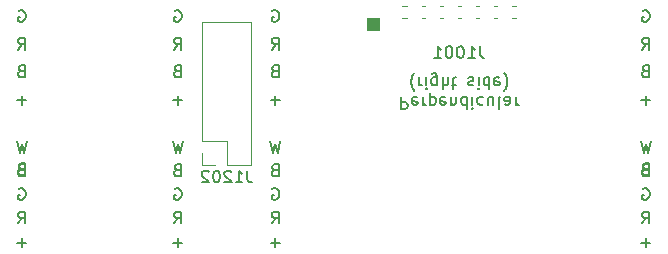
<source format=gbo>
G04 #@! TF.GenerationSoftware,KiCad,Pcbnew,5.1.12-84ad8e8a86~92~ubuntu16.04.1*
G04 #@! TF.CreationDate,2022-11-17T23:37:42+01:00*
G04 #@! TF.ProjectId,Subboards,53756262-6f61-4726-9473-2e6b69636164,rev?*
G04 #@! TF.SameCoordinates,Original*
G04 #@! TF.FileFunction,Legend,Bot*
G04 #@! TF.FilePolarity,Positive*
%FSLAX46Y46*%
G04 Gerber Fmt 4.6, Leading zero omitted, Abs format (unit mm)*
G04 Created by KiCad (PCBNEW 5.1.12-84ad8e8a86~92~ubuntu16.04.1) date 2022-11-17 23:37:42*
%MOMM*%
%LPD*%
G01*
G04 APERTURE LIST*
%ADD10C,0.150000*%
%ADD11C,0.120000*%
%ADD12C,0.100000*%
%ADD13O,4.050000X1.500000*%
%ADD14R,4.050000X1.500000*%
%ADD15O,4.050000X1.400000*%
%ADD16R,4.050000X1.400000*%
%ADD17R,1.350000X1.350000*%
%ADD18O,1.350000X1.350000*%
%ADD19R,1.070000X4.413000*%
%ADD20C,3.200000*%
%ADD21C,0.800000*%
G04 APERTURE END LIST*
D10*
X127405285Y-64393866D02*
X127357666Y-64441485D01*
X127262428Y-64584342D01*
X127214809Y-64679580D01*
X127167190Y-64822438D01*
X127119571Y-65060533D01*
X127119571Y-65251009D01*
X127167190Y-65489104D01*
X127214809Y-65631961D01*
X127262428Y-65727200D01*
X127357666Y-65870057D01*
X127405285Y-65917676D01*
X127786238Y-64774819D02*
X127786238Y-65441485D01*
X127786238Y-65251009D02*
X127833857Y-65346247D01*
X127881476Y-65393866D01*
X127976714Y-65441485D01*
X128071952Y-65441485D01*
X128405285Y-64774819D02*
X128405285Y-65441485D01*
X128405285Y-65774819D02*
X128357666Y-65727200D01*
X128405285Y-65679580D01*
X128452904Y-65727200D01*
X128405285Y-65774819D01*
X128405285Y-65679580D01*
X129310047Y-65441485D02*
X129310047Y-64631961D01*
X129262428Y-64536723D01*
X129214809Y-64489104D01*
X129119571Y-64441485D01*
X128976714Y-64441485D01*
X128881476Y-64489104D01*
X129310047Y-64822438D02*
X129214809Y-64774819D01*
X129024333Y-64774819D01*
X128929095Y-64822438D01*
X128881476Y-64870057D01*
X128833857Y-64965295D01*
X128833857Y-65251009D01*
X128881476Y-65346247D01*
X128929095Y-65393866D01*
X129024333Y-65441485D01*
X129214809Y-65441485D01*
X129310047Y-65393866D01*
X129786238Y-64774819D02*
X129786238Y-65774819D01*
X130214809Y-64774819D02*
X130214809Y-65298628D01*
X130167190Y-65393866D01*
X130071952Y-65441485D01*
X129929095Y-65441485D01*
X129833857Y-65393866D01*
X129786238Y-65346247D01*
X130548142Y-65441485D02*
X130929095Y-65441485D01*
X130691000Y-65774819D02*
X130691000Y-64917676D01*
X130738619Y-64822438D01*
X130833857Y-64774819D01*
X130929095Y-64774819D01*
X131976714Y-64822438D02*
X132071952Y-64774819D01*
X132262428Y-64774819D01*
X132357666Y-64822438D01*
X132405285Y-64917676D01*
X132405285Y-64965295D01*
X132357666Y-65060533D01*
X132262428Y-65108152D01*
X132119571Y-65108152D01*
X132024333Y-65155771D01*
X131976714Y-65251009D01*
X131976714Y-65298628D01*
X132024333Y-65393866D01*
X132119571Y-65441485D01*
X132262428Y-65441485D01*
X132357666Y-65393866D01*
X132833857Y-64774819D02*
X132833857Y-65441485D01*
X132833857Y-65774819D02*
X132786238Y-65727200D01*
X132833857Y-65679580D01*
X132881476Y-65727200D01*
X132833857Y-65774819D01*
X132833857Y-65679580D01*
X133738619Y-64774819D02*
X133738619Y-65774819D01*
X133738619Y-64822438D02*
X133643380Y-64774819D01*
X133452904Y-64774819D01*
X133357666Y-64822438D01*
X133310047Y-64870057D01*
X133262428Y-64965295D01*
X133262428Y-65251009D01*
X133310047Y-65346247D01*
X133357666Y-65393866D01*
X133452904Y-65441485D01*
X133643380Y-65441485D01*
X133738619Y-65393866D01*
X134595761Y-64822438D02*
X134500523Y-64774819D01*
X134310047Y-64774819D01*
X134214809Y-64822438D01*
X134167190Y-64917676D01*
X134167190Y-65298628D01*
X134214809Y-65393866D01*
X134310047Y-65441485D01*
X134500523Y-65441485D01*
X134595761Y-65393866D01*
X134643380Y-65298628D01*
X134643380Y-65203390D01*
X134167190Y-65108152D01*
X134976714Y-64393866D02*
X135024333Y-64441485D01*
X135119571Y-64584342D01*
X135167190Y-64679580D01*
X135214809Y-64822438D01*
X135262428Y-65060533D01*
X135262428Y-65251009D01*
X135214809Y-65489104D01*
X135167190Y-65631961D01*
X135119571Y-65727200D01*
X135024333Y-65870057D01*
X134976714Y-65917676D01*
X126262428Y-66425819D02*
X126262428Y-67425819D01*
X126643380Y-67425819D01*
X126738619Y-67378200D01*
X126786238Y-67330580D01*
X126833857Y-67235342D01*
X126833857Y-67092485D01*
X126786238Y-66997247D01*
X126738619Y-66949628D01*
X126643380Y-66902009D01*
X126262428Y-66902009D01*
X127643380Y-66473438D02*
X127548142Y-66425819D01*
X127357666Y-66425819D01*
X127262428Y-66473438D01*
X127214809Y-66568676D01*
X127214809Y-66949628D01*
X127262428Y-67044866D01*
X127357666Y-67092485D01*
X127548142Y-67092485D01*
X127643380Y-67044866D01*
X127691000Y-66949628D01*
X127691000Y-66854390D01*
X127214809Y-66759152D01*
X128119571Y-66425819D02*
X128119571Y-67092485D01*
X128119571Y-66902009D02*
X128167190Y-66997247D01*
X128214809Y-67044866D01*
X128310047Y-67092485D01*
X128405285Y-67092485D01*
X128738619Y-67092485D02*
X128738619Y-66092485D01*
X128738619Y-67044866D02*
X128833857Y-67092485D01*
X129024333Y-67092485D01*
X129119571Y-67044866D01*
X129167190Y-66997247D01*
X129214809Y-66902009D01*
X129214809Y-66616295D01*
X129167190Y-66521057D01*
X129119571Y-66473438D01*
X129024333Y-66425819D01*
X128833857Y-66425819D01*
X128738619Y-66473438D01*
X130024333Y-66473438D02*
X129929095Y-66425819D01*
X129738619Y-66425819D01*
X129643380Y-66473438D01*
X129595761Y-66568676D01*
X129595761Y-66949628D01*
X129643380Y-67044866D01*
X129738619Y-67092485D01*
X129929095Y-67092485D01*
X130024333Y-67044866D01*
X130071952Y-66949628D01*
X130071952Y-66854390D01*
X129595761Y-66759152D01*
X130500523Y-67092485D02*
X130500523Y-66425819D01*
X130500523Y-66997247D02*
X130548142Y-67044866D01*
X130643380Y-67092485D01*
X130786238Y-67092485D01*
X130881476Y-67044866D01*
X130929095Y-66949628D01*
X130929095Y-66425819D01*
X131833857Y-66425819D02*
X131833857Y-67425819D01*
X131833857Y-66473438D02*
X131738619Y-66425819D01*
X131548142Y-66425819D01*
X131452904Y-66473438D01*
X131405285Y-66521057D01*
X131357666Y-66616295D01*
X131357666Y-66902009D01*
X131405285Y-66997247D01*
X131452904Y-67044866D01*
X131548142Y-67092485D01*
X131738619Y-67092485D01*
X131833857Y-67044866D01*
X132310047Y-66425819D02*
X132310047Y-67092485D01*
X132310047Y-67425819D02*
X132262428Y-67378200D01*
X132310047Y-67330580D01*
X132357666Y-67378200D01*
X132310047Y-67425819D01*
X132310047Y-67330580D01*
X133214809Y-66473438D02*
X133119571Y-66425819D01*
X132929095Y-66425819D01*
X132833857Y-66473438D01*
X132786238Y-66521057D01*
X132738619Y-66616295D01*
X132738619Y-66902009D01*
X132786238Y-66997247D01*
X132833857Y-67044866D01*
X132929095Y-67092485D01*
X133119571Y-67092485D01*
X133214809Y-67044866D01*
X134071952Y-67092485D02*
X134071952Y-66425819D01*
X133643380Y-67092485D02*
X133643380Y-66568676D01*
X133691000Y-66473438D01*
X133786238Y-66425819D01*
X133929095Y-66425819D01*
X134024333Y-66473438D01*
X134071952Y-66521057D01*
X134691000Y-66425819D02*
X134595761Y-66473438D01*
X134548142Y-66568676D01*
X134548142Y-67425819D01*
X135500523Y-66425819D02*
X135500523Y-66949628D01*
X135452904Y-67044866D01*
X135357666Y-67092485D01*
X135167190Y-67092485D01*
X135071952Y-67044866D01*
X135500523Y-66473438D02*
X135405285Y-66425819D01*
X135167190Y-66425819D01*
X135071952Y-66473438D01*
X135024333Y-66568676D01*
X135024333Y-66663914D01*
X135071952Y-66759152D01*
X135167190Y-66806771D01*
X135405285Y-66806771D01*
X135500523Y-66854390D01*
X135976714Y-66425819D02*
X135976714Y-67092485D01*
X135976714Y-66902009D02*
X136024333Y-66997247D01*
X136071952Y-67044866D01*
X136167190Y-67092485D01*
X136262428Y-67092485D01*
X94547952Y-78760628D02*
X93786047Y-78760628D01*
X94167000Y-79141580D02*
X94167000Y-78379676D01*
X94095571Y-72517771D02*
X93952714Y-72565390D01*
X93905095Y-72613009D01*
X93857476Y-72708247D01*
X93857476Y-72851104D01*
X93905095Y-72946342D01*
X93952714Y-72993961D01*
X94047952Y-73041580D01*
X94428904Y-73041580D01*
X94428904Y-72041580D01*
X94095571Y-72041580D01*
X94000333Y-72089200D01*
X93952714Y-72136819D01*
X93905095Y-72232057D01*
X93905095Y-72327295D01*
X93952714Y-72422533D01*
X94000333Y-72470152D01*
X94095571Y-72517771D01*
X94428904Y-72517771D01*
X93905095Y-74189200D02*
X94000333Y-74141580D01*
X94143190Y-74141580D01*
X94286047Y-74189200D01*
X94381285Y-74284438D01*
X94428904Y-74379676D01*
X94476523Y-74570152D01*
X94476523Y-74713009D01*
X94428904Y-74903485D01*
X94381285Y-74998723D01*
X94286047Y-75093961D01*
X94143190Y-75141580D01*
X94047952Y-75141580D01*
X93905095Y-75093961D01*
X93857476Y-75046342D01*
X93857476Y-74713009D01*
X94047952Y-74713009D01*
X93857476Y-77141580D02*
X94190809Y-76665390D01*
X94428904Y-77141580D02*
X94428904Y-76141580D01*
X94047952Y-76141580D01*
X93952714Y-76189200D01*
X93905095Y-76236819D01*
X93857476Y-76332057D01*
X93857476Y-76474914D01*
X93905095Y-76570152D01*
X93952714Y-76617771D01*
X94047952Y-76665390D01*
X94428904Y-76665390D01*
X94595571Y-70141580D02*
X94357476Y-71141580D01*
X94167000Y-70427295D01*
X93976523Y-71141580D01*
X93738428Y-70141580D01*
X147379952Y-66710628D02*
X146618047Y-66710628D01*
X146999000Y-67091580D02*
X146999000Y-66329676D01*
X146927571Y-64237771D02*
X146784714Y-64285390D01*
X146737095Y-64333009D01*
X146689476Y-64428247D01*
X146689476Y-64571104D01*
X146737095Y-64666342D01*
X146784714Y-64713961D01*
X146879952Y-64761580D01*
X147260904Y-64761580D01*
X147260904Y-63761580D01*
X146927571Y-63761580D01*
X146832333Y-63809200D01*
X146784714Y-63856819D01*
X146737095Y-63952057D01*
X146737095Y-64047295D01*
X146784714Y-64142533D01*
X146832333Y-64190152D01*
X146927571Y-64237771D01*
X147260904Y-64237771D01*
X146737095Y-59139200D02*
X146832333Y-59091580D01*
X146975190Y-59091580D01*
X147118047Y-59139200D01*
X147213285Y-59234438D01*
X147260904Y-59329676D01*
X147308523Y-59520152D01*
X147308523Y-59663009D01*
X147260904Y-59853485D01*
X147213285Y-59948723D01*
X147118047Y-60043961D01*
X146975190Y-60091580D01*
X146879952Y-60091580D01*
X146737095Y-60043961D01*
X146689476Y-59996342D01*
X146689476Y-59663009D01*
X146879952Y-59663009D01*
X146689476Y-62421580D02*
X147022809Y-61945390D01*
X147260904Y-62421580D02*
X147260904Y-61421580D01*
X146879952Y-61421580D01*
X146784714Y-61469200D01*
X146737095Y-61516819D01*
X146689476Y-61612057D01*
X146689476Y-61754914D01*
X146737095Y-61850152D01*
X146784714Y-61897771D01*
X146879952Y-61945390D01*
X147260904Y-61945390D01*
X147427571Y-70141580D02*
X147189476Y-71141580D01*
X146999000Y-70427295D01*
X146808523Y-71141580D01*
X146570428Y-70141580D01*
X147379952Y-78760628D02*
X146618047Y-78760628D01*
X146999000Y-79141580D02*
X146999000Y-78379676D01*
X146689476Y-77141580D02*
X147022809Y-76665390D01*
X147260904Y-77141580D02*
X147260904Y-76141580D01*
X146879952Y-76141580D01*
X146784714Y-76189200D01*
X146737095Y-76236819D01*
X146689476Y-76332057D01*
X146689476Y-76474914D01*
X146737095Y-76570152D01*
X146784714Y-76617771D01*
X146879952Y-76665390D01*
X147260904Y-76665390D01*
X146927571Y-72517771D02*
X146784714Y-72565390D01*
X146737095Y-72613009D01*
X146689476Y-72708247D01*
X146689476Y-72851104D01*
X146737095Y-72946342D01*
X146784714Y-72993961D01*
X146879952Y-73041580D01*
X147260904Y-73041580D01*
X147260904Y-72041580D01*
X146927571Y-72041580D01*
X146832333Y-72089200D01*
X146784714Y-72136819D01*
X146737095Y-72232057D01*
X146737095Y-72327295D01*
X146784714Y-72422533D01*
X146832333Y-72470152D01*
X146927571Y-72517771D01*
X147260904Y-72517771D01*
X146737095Y-74189200D02*
X146832333Y-74141580D01*
X146975190Y-74141580D01*
X147118047Y-74189200D01*
X147213285Y-74284438D01*
X147260904Y-74379676D01*
X147308523Y-74570152D01*
X147308523Y-74713009D01*
X147260904Y-74903485D01*
X147213285Y-74998723D01*
X147118047Y-75093961D01*
X146975190Y-75141580D01*
X146879952Y-75141580D01*
X146737095Y-75093961D01*
X146689476Y-75046342D01*
X146689476Y-74713009D01*
X146879952Y-74713009D01*
D11*
X109446000Y-60103200D02*
X113566000Y-60103200D01*
X109446000Y-70163200D02*
X109446000Y-60103200D01*
X113566000Y-72223200D02*
X113566000Y-60103200D01*
X109446000Y-70163200D02*
X111506000Y-70163200D01*
X111506000Y-70163200D02*
X111506000Y-72223200D01*
X111506000Y-72223200D02*
X113566000Y-72223200D01*
X109446000Y-71163200D02*
X109446000Y-72223200D01*
X109446000Y-72223200D02*
X110506000Y-72223200D01*
D12*
G36*
X124381000Y-60782200D02*
G01*
X124381000Y-59766200D01*
X123365000Y-59766200D01*
X123365000Y-60782200D01*
X124381000Y-60782200D01*
G37*
X124381000Y-60782200D02*
X124381000Y-59766200D01*
X123365000Y-59766200D01*
X123365000Y-60782200D01*
X124381000Y-60782200D01*
D11*
X135636000Y-59766200D02*
X136017000Y-59766200D01*
X135636000Y-58750200D02*
X136017000Y-58750200D01*
X126746000Y-58750200D02*
X126365000Y-58750200D01*
X128270000Y-58750200D02*
X128016000Y-58750200D01*
X129794000Y-58750200D02*
X129540000Y-58750200D01*
X131318000Y-58750200D02*
X131064000Y-58750200D01*
X132842000Y-58750200D02*
X132588000Y-58750200D01*
X134366000Y-58750200D02*
X134112000Y-58750200D01*
X134112000Y-59766200D02*
X134366000Y-59766200D01*
X132588000Y-59766200D02*
X132842000Y-59766200D01*
X131064000Y-59766200D02*
X131318000Y-59766200D01*
X129540000Y-59766200D02*
X129794000Y-59766200D01*
X128016000Y-59766200D02*
X128270000Y-59766200D01*
X126365000Y-59766200D02*
X126746000Y-59766200D01*
D10*
X94547952Y-66710628D02*
X93786047Y-66710628D01*
X94167000Y-67091580D02*
X94167000Y-66329676D01*
X94095571Y-64237771D02*
X93952714Y-64285390D01*
X93905095Y-64333009D01*
X93857476Y-64428247D01*
X93857476Y-64571104D01*
X93905095Y-64666342D01*
X93952714Y-64713961D01*
X94047952Y-64761580D01*
X94428904Y-64761580D01*
X94428904Y-63761580D01*
X94095571Y-63761580D01*
X94000333Y-63809200D01*
X93952714Y-63856819D01*
X93905095Y-63952057D01*
X93905095Y-64047295D01*
X93952714Y-64142533D01*
X94000333Y-64190152D01*
X94095571Y-64237771D01*
X94428904Y-64237771D01*
X93857476Y-62421580D02*
X94190809Y-61945390D01*
X94428904Y-62421580D02*
X94428904Y-61421580D01*
X94047952Y-61421580D01*
X93952714Y-61469200D01*
X93905095Y-61516819D01*
X93857476Y-61612057D01*
X93857476Y-61754914D01*
X93905095Y-61850152D01*
X93952714Y-61897771D01*
X94047952Y-61945390D01*
X94428904Y-61945390D01*
X93905095Y-59139200D02*
X94000333Y-59091580D01*
X94143190Y-59091580D01*
X94286047Y-59139200D01*
X94381285Y-59234438D01*
X94428904Y-59329676D01*
X94476523Y-59520152D01*
X94476523Y-59663009D01*
X94428904Y-59853485D01*
X94381285Y-59948723D01*
X94286047Y-60043961D01*
X94143190Y-60091580D01*
X94047952Y-60091580D01*
X93905095Y-60043961D01*
X93857476Y-59996342D01*
X93857476Y-59663009D01*
X94047952Y-59663009D01*
X107755952Y-66710628D02*
X106994047Y-66710628D01*
X107375000Y-67091580D02*
X107375000Y-66329676D01*
X107303571Y-64237771D02*
X107160714Y-64285390D01*
X107113095Y-64333009D01*
X107065476Y-64428247D01*
X107065476Y-64571104D01*
X107113095Y-64666342D01*
X107160714Y-64713961D01*
X107255952Y-64761580D01*
X107636904Y-64761580D01*
X107636904Y-63761580D01*
X107303571Y-63761580D01*
X107208333Y-63809200D01*
X107160714Y-63856819D01*
X107113095Y-63952057D01*
X107113095Y-64047295D01*
X107160714Y-64142533D01*
X107208333Y-64190152D01*
X107303571Y-64237771D01*
X107636904Y-64237771D01*
X107065476Y-62421580D02*
X107398809Y-61945390D01*
X107636904Y-62421580D02*
X107636904Y-61421580D01*
X107255952Y-61421580D01*
X107160714Y-61469200D01*
X107113095Y-61516819D01*
X107065476Y-61612057D01*
X107065476Y-61754914D01*
X107113095Y-61850152D01*
X107160714Y-61897771D01*
X107255952Y-61945390D01*
X107636904Y-61945390D01*
X107113095Y-59139200D02*
X107208333Y-59091580D01*
X107351190Y-59091580D01*
X107494047Y-59139200D01*
X107589285Y-59234438D01*
X107636904Y-59329676D01*
X107684523Y-59520152D01*
X107684523Y-59663009D01*
X107636904Y-59853485D01*
X107589285Y-59948723D01*
X107494047Y-60043961D01*
X107351190Y-60091580D01*
X107255952Y-60091580D01*
X107113095Y-60043961D01*
X107065476Y-59996342D01*
X107065476Y-59663009D01*
X107255952Y-59663009D01*
X147379952Y-66710628D02*
X146618047Y-66710628D01*
X146999000Y-67091580D02*
X146999000Y-66329676D01*
X146927571Y-64237771D02*
X146784714Y-64285390D01*
X146737095Y-64333009D01*
X146689476Y-64428247D01*
X146689476Y-64571104D01*
X146737095Y-64666342D01*
X146784714Y-64713961D01*
X146879952Y-64761580D01*
X147260904Y-64761580D01*
X147260904Y-63761580D01*
X146927571Y-63761580D01*
X146832333Y-63809200D01*
X146784714Y-63856819D01*
X146737095Y-63952057D01*
X146737095Y-64047295D01*
X146784714Y-64142533D01*
X146832333Y-64190152D01*
X146927571Y-64237771D01*
X147260904Y-64237771D01*
X146689476Y-62421580D02*
X147022809Y-61945390D01*
X147260904Y-62421580D02*
X147260904Y-61421580D01*
X146879952Y-61421580D01*
X146784714Y-61469200D01*
X146737095Y-61516819D01*
X146689476Y-61612057D01*
X146689476Y-61754914D01*
X146737095Y-61850152D01*
X146784714Y-61897771D01*
X146879952Y-61945390D01*
X147260904Y-61945390D01*
X146737095Y-59139200D02*
X146832333Y-59091580D01*
X146975190Y-59091580D01*
X147118047Y-59139200D01*
X147213285Y-59234438D01*
X147260904Y-59329676D01*
X147308523Y-59520152D01*
X147308523Y-59663009D01*
X147260904Y-59853485D01*
X147213285Y-59948723D01*
X147118047Y-60043961D01*
X146975190Y-60091580D01*
X146879952Y-60091580D01*
X146737095Y-60043961D01*
X146689476Y-59996342D01*
X146689476Y-59663009D01*
X146879952Y-59663009D01*
X115375095Y-59139200D02*
X115470333Y-59091580D01*
X115613190Y-59091580D01*
X115756047Y-59139200D01*
X115851285Y-59234438D01*
X115898904Y-59329676D01*
X115946523Y-59520152D01*
X115946523Y-59663009D01*
X115898904Y-59853485D01*
X115851285Y-59948723D01*
X115756047Y-60043961D01*
X115613190Y-60091580D01*
X115517952Y-60091580D01*
X115375095Y-60043961D01*
X115327476Y-59996342D01*
X115327476Y-59663009D01*
X115517952Y-59663009D01*
X116017952Y-66710628D02*
X115256047Y-66710628D01*
X115637000Y-67091580D02*
X115637000Y-66329676D01*
X115565571Y-64237771D02*
X115422714Y-64285390D01*
X115375095Y-64333009D01*
X115327476Y-64428247D01*
X115327476Y-64571104D01*
X115375095Y-64666342D01*
X115422714Y-64713961D01*
X115517952Y-64761580D01*
X115898904Y-64761580D01*
X115898904Y-63761580D01*
X115565571Y-63761580D01*
X115470333Y-63809200D01*
X115422714Y-63856819D01*
X115375095Y-63952057D01*
X115375095Y-64047295D01*
X115422714Y-64142533D01*
X115470333Y-64190152D01*
X115565571Y-64237771D01*
X115898904Y-64237771D01*
X115327476Y-62421580D02*
X115660809Y-61945390D01*
X115898904Y-62421580D02*
X115898904Y-61421580D01*
X115517952Y-61421580D01*
X115422714Y-61469200D01*
X115375095Y-61516819D01*
X115327476Y-61612057D01*
X115327476Y-61754914D01*
X115375095Y-61850152D01*
X115422714Y-61897771D01*
X115517952Y-61945390D01*
X115898904Y-61945390D01*
X116017952Y-78760628D02*
X115256047Y-78760628D01*
X115637000Y-79141580D02*
X115637000Y-78379676D01*
X115327476Y-77141580D02*
X115660809Y-76665390D01*
X115898904Y-77141580D02*
X115898904Y-76141580D01*
X115517952Y-76141580D01*
X115422714Y-76189200D01*
X115375095Y-76236819D01*
X115327476Y-76332057D01*
X115327476Y-76474914D01*
X115375095Y-76570152D01*
X115422714Y-76617771D01*
X115517952Y-76665390D01*
X115898904Y-76665390D01*
X115375095Y-74189200D02*
X115470333Y-74141580D01*
X115613190Y-74141580D01*
X115756047Y-74189200D01*
X115851285Y-74284438D01*
X115898904Y-74379676D01*
X115946523Y-74570152D01*
X115946523Y-74713009D01*
X115898904Y-74903485D01*
X115851285Y-74998723D01*
X115756047Y-75093961D01*
X115613190Y-75141580D01*
X115517952Y-75141580D01*
X115375095Y-75093961D01*
X115327476Y-75046342D01*
X115327476Y-74713009D01*
X115517952Y-74713009D01*
X115565571Y-72617771D02*
X115422714Y-72665390D01*
X115375095Y-72713009D01*
X115327476Y-72808247D01*
X115327476Y-72951104D01*
X115375095Y-73046342D01*
X115422714Y-73093961D01*
X115517952Y-73141580D01*
X115898904Y-73141580D01*
X115898904Y-72141580D01*
X115565571Y-72141580D01*
X115470333Y-72189200D01*
X115422714Y-72236819D01*
X115375095Y-72332057D01*
X115375095Y-72427295D01*
X115422714Y-72522533D01*
X115470333Y-72570152D01*
X115565571Y-72617771D01*
X115898904Y-72617771D01*
X116065571Y-70141580D02*
X115827476Y-71141580D01*
X115637000Y-70427295D01*
X115446523Y-71141580D01*
X115208428Y-70141580D01*
X107803571Y-70141580D02*
X107565476Y-71141580D01*
X107375000Y-70427295D01*
X107184523Y-71141580D01*
X106946428Y-70141580D01*
X107065476Y-77141580D02*
X107398809Y-76665390D01*
X107636904Y-77141580D02*
X107636904Y-76141580D01*
X107255952Y-76141580D01*
X107160714Y-76189200D01*
X107113095Y-76236819D01*
X107065476Y-76332057D01*
X107065476Y-76474914D01*
X107113095Y-76570152D01*
X107160714Y-76617771D01*
X107255952Y-76665390D01*
X107636904Y-76665390D01*
X107303571Y-72617771D02*
X107160714Y-72665390D01*
X107113095Y-72713009D01*
X107065476Y-72808247D01*
X107065476Y-72951104D01*
X107113095Y-73046342D01*
X107160714Y-73093961D01*
X107255952Y-73141580D01*
X107636904Y-73141580D01*
X107636904Y-72141580D01*
X107303571Y-72141580D01*
X107208333Y-72189200D01*
X107160714Y-72236819D01*
X107113095Y-72332057D01*
X107113095Y-72427295D01*
X107160714Y-72522533D01*
X107208333Y-72570152D01*
X107303571Y-72617771D01*
X107636904Y-72617771D01*
X107113095Y-74189200D02*
X107208333Y-74141580D01*
X107351190Y-74141580D01*
X107494047Y-74189200D01*
X107589285Y-74284438D01*
X107636904Y-74379676D01*
X107684523Y-74570152D01*
X107684523Y-74713009D01*
X107636904Y-74903485D01*
X107589285Y-74998723D01*
X107494047Y-75093961D01*
X107351190Y-75141580D01*
X107255952Y-75141580D01*
X107113095Y-75093961D01*
X107065476Y-75046342D01*
X107065476Y-74713009D01*
X107255952Y-74713009D01*
X107755952Y-78760628D02*
X106994047Y-78760628D01*
X107375000Y-79141580D02*
X107375000Y-78379676D01*
X113267904Y-72675580D02*
X113267904Y-73389866D01*
X113315523Y-73532723D01*
X113410761Y-73627961D01*
X113553619Y-73675580D01*
X113648857Y-73675580D01*
X112267904Y-73675580D02*
X112839333Y-73675580D01*
X112553619Y-73675580D02*
X112553619Y-72675580D01*
X112648857Y-72818438D01*
X112744095Y-72913676D01*
X112839333Y-72961295D01*
X111886952Y-72770819D02*
X111839333Y-72723200D01*
X111744095Y-72675580D01*
X111506000Y-72675580D01*
X111410761Y-72723200D01*
X111363142Y-72770819D01*
X111315523Y-72866057D01*
X111315523Y-72961295D01*
X111363142Y-73104152D01*
X111934571Y-73675580D01*
X111315523Y-73675580D01*
X110696476Y-72675580D02*
X110601238Y-72675580D01*
X110506000Y-72723200D01*
X110458380Y-72770819D01*
X110410761Y-72866057D01*
X110363142Y-73056533D01*
X110363142Y-73294628D01*
X110410761Y-73485104D01*
X110458380Y-73580342D01*
X110506000Y-73627961D01*
X110601238Y-73675580D01*
X110696476Y-73675580D01*
X110791714Y-73627961D01*
X110839333Y-73580342D01*
X110886952Y-73485104D01*
X110934571Y-73294628D01*
X110934571Y-73056533D01*
X110886952Y-72866057D01*
X110839333Y-72770819D01*
X110791714Y-72723200D01*
X110696476Y-72675580D01*
X109982190Y-72770819D02*
X109934571Y-72723200D01*
X109839333Y-72675580D01*
X109601238Y-72675580D01*
X109506000Y-72723200D01*
X109458380Y-72770819D01*
X109410761Y-72866057D01*
X109410761Y-72961295D01*
X109458380Y-73104152D01*
X110029809Y-73675580D01*
X109410761Y-73675580D01*
X94595571Y-70141580D02*
X94357476Y-71141580D01*
X94167000Y-70427295D01*
X93976523Y-71141580D01*
X93738428Y-70141580D01*
X93857476Y-77141580D02*
X94190809Y-76665390D01*
X94428904Y-77141580D02*
X94428904Y-76141580D01*
X94047952Y-76141580D01*
X93952714Y-76189200D01*
X93905095Y-76236819D01*
X93857476Y-76332057D01*
X93857476Y-76474914D01*
X93905095Y-76570152D01*
X93952714Y-76617771D01*
X94047952Y-76665390D01*
X94428904Y-76665390D01*
X94095571Y-72617771D02*
X93952714Y-72665390D01*
X93905095Y-72713009D01*
X93857476Y-72808247D01*
X93857476Y-72951104D01*
X93905095Y-73046342D01*
X93952714Y-73093961D01*
X94047952Y-73141580D01*
X94428904Y-73141580D01*
X94428904Y-72141580D01*
X94095571Y-72141580D01*
X94000333Y-72189200D01*
X93952714Y-72236819D01*
X93905095Y-72332057D01*
X93905095Y-72427295D01*
X93952714Y-72522533D01*
X94000333Y-72570152D01*
X94095571Y-72617771D01*
X94428904Y-72617771D01*
X93905095Y-74189200D02*
X94000333Y-74141580D01*
X94143190Y-74141580D01*
X94286047Y-74189200D01*
X94381285Y-74284438D01*
X94428904Y-74379676D01*
X94476523Y-74570152D01*
X94476523Y-74713009D01*
X94428904Y-74903485D01*
X94381285Y-74998723D01*
X94286047Y-75093961D01*
X94143190Y-75141580D01*
X94047952Y-75141580D01*
X93905095Y-75093961D01*
X93857476Y-75046342D01*
X93857476Y-74713009D01*
X94047952Y-74713009D01*
X94547952Y-78760628D02*
X93786047Y-78760628D01*
X94167000Y-79141580D02*
X94167000Y-78379676D01*
X132952904Y-62139580D02*
X132952904Y-62853866D01*
X133000523Y-62996723D01*
X133095761Y-63091961D01*
X133238619Y-63139580D01*
X133333857Y-63139580D01*
X131952904Y-63139580D02*
X132524333Y-63139580D01*
X132238619Y-63139580D02*
X132238619Y-62139580D01*
X132333857Y-62282438D01*
X132429095Y-62377676D01*
X132524333Y-62425295D01*
X131333857Y-62139580D02*
X131238619Y-62139580D01*
X131143380Y-62187200D01*
X131095761Y-62234819D01*
X131048142Y-62330057D01*
X131000523Y-62520533D01*
X131000523Y-62758628D01*
X131048142Y-62949104D01*
X131095761Y-63044342D01*
X131143380Y-63091961D01*
X131238619Y-63139580D01*
X131333857Y-63139580D01*
X131429095Y-63091961D01*
X131476714Y-63044342D01*
X131524333Y-62949104D01*
X131571952Y-62758628D01*
X131571952Y-62520533D01*
X131524333Y-62330057D01*
X131476714Y-62234819D01*
X131429095Y-62187200D01*
X131333857Y-62139580D01*
X130381476Y-62139580D02*
X130286238Y-62139580D01*
X130191000Y-62187200D01*
X130143380Y-62234819D01*
X130095761Y-62330057D01*
X130048142Y-62520533D01*
X130048142Y-62758628D01*
X130095761Y-62949104D01*
X130143380Y-63044342D01*
X130191000Y-63091961D01*
X130286238Y-63139580D01*
X130381476Y-63139580D01*
X130476714Y-63091961D01*
X130524333Y-63044342D01*
X130571952Y-62949104D01*
X130619571Y-62758628D01*
X130619571Y-62520533D01*
X130571952Y-62330057D01*
X130524333Y-62234819D01*
X130476714Y-62187200D01*
X130381476Y-62139580D01*
X129095761Y-63139580D02*
X129667190Y-63139580D01*
X129381476Y-63139580D02*
X129381476Y-62139580D01*
X129476714Y-62282438D01*
X129571952Y-62377676D01*
X129667190Y-62425295D01*
X147427571Y-70141580D02*
X147189476Y-71141580D01*
X146999000Y-70427295D01*
X146808523Y-71141580D01*
X146570428Y-70141580D01*
X146689476Y-77141580D02*
X147022809Y-76665390D01*
X147260904Y-77141580D02*
X147260904Y-76141580D01*
X146879952Y-76141580D01*
X146784714Y-76189200D01*
X146737095Y-76236819D01*
X146689476Y-76332057D01*
X146689476Y-76474914D01*
X146737095Y-76570152D01*
X146784714Y-76617771D01*
X146879952Y-76665390D01*
X147260904Y-76665390D01*
X146927571Y-72617771D02*
X146784714Y-72665390D01*
X146737095Y-72713009D01*
X146689476Y-72808247D01*
X146689476Y-72951104D01*
X146737095Y-73046342D01*
X146784714Y-73093961D01*
X146879952Y-73141580D01*
X147260904Y-73141580D01*
X147260904Y-72141580D01*
X146927571Y-72141580D01*
X146832333Y-72189200D01*
X146784714Y-72236819D01*
X146737095Y-72332057D01*
X146737095Y-72427295D01*
X146784714Y-72522533D01*
X146832333Y-72570152D01*
X146927571Y-72617771D01*
X147260904Y-72617771D01*
X146737095Y-74189200D02*
X146832333Y-74141580D01*
X146975190Y-74141580D01*
X147118047Y-74189200D01*
X147213285Y-74284438D01*
X147260904Y-74379676D01*
X147308523Y-74570152D01*
X147308523Y-74713009D01*
X147260904Y-74903485D01*
X147213285Y-74998723D01*
X147118047Y-75093961D01*
X146975190Y-75141580D01*
X146879952Y-75141580D01*
X146737095Y-75093961D01*
X146689476Y-75046342D01*
X146689476Y-74713009D01*
X146879952Y-74713009D01*
X147379952Y-78760628D02*
X146618047Y-78760628D01*
X146999000Y-79141580D02*
X146999000Y-78379676D01*
%LPC*%
D12*
G36*
X137128398Y-71664802D02*
G01*
X136067738Y-72725462D01*
X133946418Y-70604142D01*
X135007078Y-69543482D01*
X137128398Y-71664802D01*
G37*
G36*
X135714184Y-73079016D02*
G01*
X134653524Y-74139676D01*
X132532204Y-72018356D01*
X133592864Y-70957696D01*
X135714184Y-73079016D01*
G37*
G36*
X134299971Y-74493229D02*
G01*
X133239311Y-75553889D01*
X131117991Y-73432569D01*
X132178651Y-72371909D01*
X134299971Y-74493229D01*
G37*
G36*
X132885757Y-75907443D02*
G01*
X131825097Y-76968103D01*
X129703777Y-74846783D01*
X130764437Y-73786123D01*
X132885757Y-75907443D01*
G37*
G36*
X131471543Y-77321656D02*
G01*
X130410883Y-78382316D01*
X128289563Y-76260996D01*
X129350223Y-75200336D01*
X131471543Y-77321656D01*
G37*
G36*
X130057330Y-78735870D02*
G01*
X128996670Y-79796530D01*
X126875350Y-77675210D01*
X127936010Y-76614550D01*
X130057330Y-78735870D01*
G37*
D13*
X91567000Y-59639200D03*
X91567000Y-61969200D03*
X91567000Y-64309200D03*
D14*
X91567000Y-66639200D03*
D13*
X104775000Y-59639200D03*
X104775000Y-61969200D03*
X104775000Y-64309200D03*
D14*
X104775000Y-66639200D03*
D13*
X144399000Y-59639200D03*
X144399000Y-61969200D03*
X144399000Y-64309200D03*
D14*
X144399000Y-66639200D03*
D13*
X118237000Y-59639200D03*
X118237000Y-61969200D03*
X118237000Y-64309200D03*
D14*
X118237000Y-66639200D03*
D15*
X118237000Y-70689200D03*
X118237000Y-72689200D03*
X118237000Y-74689200D03*
X118237000Y-76689200D03*
D16*
X118237000Y-78689200D03*
D15*
X104775000Y-72689200D03*
X104775000Y-76689200D03*
X104775000Y-74689200D03*
D16*
X104775000Y-78689200D03*
D15*
X104775000Y-70689200D03*
D17*
X110506000Y-71163200D03*
D18*
X112506000Y-71163200D03*
X110506000Y-69163200D03*
X112506000Y-69163200D03*
X110506000Y-67163200D03*
X112506000Y-67163200D03*
X110506000Y-65163200D03*
X112506000Y-65163200D03*
X110506000Y-63163200D03*
X112506000Y-63163200D03*
X110506000Y-61163200D03*
X112506000Y-61163200D03*
D15*
X91567000Y-72689200D03*
X91567000Y-76689200D03*
X91567000Y-74689200D03*
D16*
X91567000Y-78689200D03*
D15*
X91567000Y-70689200D03*
D17*
X149479000Y-71703200D03*
D18*
X149479000Y-69703200D03*
X149479000Y-67703200D03*
X149479000Y-65703200D03*
X149479000Y-63703200D03*
D19*
X135001000Y-59559700D03*
X133477000Y-59559700D03*
X131953000Y-59559700D03*
X130429000Y-59559700D03*
X128905000Y-59559700D03*
X127381000Y-59559700D03*
D20*
X96647000Y-77083200D03*
X111506000Y-77038200D03*
D15*
X144399000Y-72689200D03*
X144399000Y-76689200D03*
X144399000Y-74689200D03*
D16*
X144399000Y-78689200D03*
D15*
X144399000Y-70689200D03*
D20*
X149479000Y-77083200D03*
D17*
X96647000Y-71703200D03*
D18*
X96647000Y-69703200D03*
X96647000Y-67703200D03*
X96647000Y-65703200D03*
X96647000Y-63703200D03*
D21*
X101835000Y-68834000D03*
X101835000Y-69934000D03*
X101835000Y-71034000D03*
X101835000Y-67734000D03*
X101835000Y-66634000D03*
X100095000Y-67734000D03*
X100095000Y-71034000D03*
X100095000Y-69934000D03*
X100095000Y-66634000D03*
X100095000Y-68834000D03*
X121177000Y-70429200D03*
X121177000Y-68229200D03*
X121177000Y-71529200D03*
X121177000Y-72629200D03*
X121177000Y-69329200D03*
X122917000Y-68229200D03*
X122917000Y-69329200D03*
X122917000Y-72629200D03*
X122917000Y-71529200D03*
X122917000Y-70429200D03*
X139465000Y-64209200D03*
X139465000Y-62009200D03*
X139465000Y-65309200D03*
X139465000Y-66409200D03*
X139465000Y-63109200D03*
X141459000Y-62009200D03*
X141459000Y-63109200D03*
X141459000Y-66409200D03*
X141459000Y-65309200D03*
X141459000Y-64209200D03*
M02*

</source>
